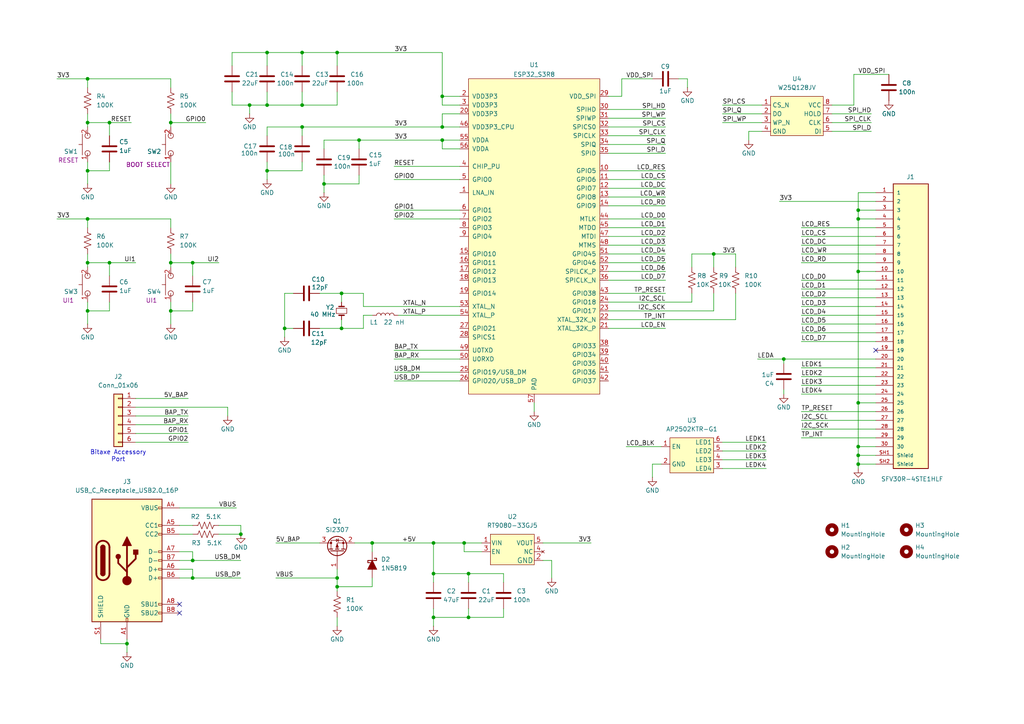
<source format=kicad_sch>
(kicad_sch (version 20231120) (generator "eeschema") (generator_version "8.0")
  (paper "A4")
  (junction (at 87.63 30.48))
  (junction (at 25.4 90.17))
  (junction (at 72.39 30.48))
  (junction (at 25.4 63.5))
  (junction (at 31.75 76.2))
  (junction (at 55.88 167.64))
  (junction (at 107.95 157.48))
  (junction (at 77.47 15.24))
  (junction (at 104.14 40.64))
  (junction (at 36.83 186.69))
  (junction (at 125.73 157.48))
  (junction (at 135.89 166.37))
  (junction (at 55.88 76.2))
  (junction (at 55.88 162.56))
  (junction (at 25.4 35.56))
  (junction (at 125.73 179.07))
  (junction (at 97.79 170.18))
  (junction (at 82.55 95.25))
  (junction (at 248.92 63.5))
  (junction (at 69.85 154.94))
  (junction (at 248.92 78.74))
  (junction (at 248.92 134.62))
  (junction (at 128.27 40.64))
  (junction (at 93.98 53.34))
  (junction (at 77.47 49.53))
  (junction (at 49.53 90.17))
  (junction (at 125.73 166.37))
  (junction (at 99.06 85.09))
  (junction (at 227.33 104.14))
  (junction (at 25.4 76.2))
  (junction (at 49.53 35.56))
  (junction (at 248.92 129.54))
  (junction (at 49.53 76.2))
  (junction (at 134.62 157.48))
  (junction (at 87.63 15.24))
  (junction (at 97.79 15.24))
  (junction (at 25.4 49.53))
  (junction (at 248.92 116.84))
  (junction (at 99.06 95.25))
  (junction (at 248.92 132.08))
  (junction (at 87.63 36.83))
  (junction (at 77.47 30.48))
  (junction (at 207.01 73.66))
  (junction (at 128.27 36.83))
  (junction (at 135.89 179.07))
  (junction (at 248.92 60.96))
  (junction (at 25.4 22.86))
  (junction (at 128.27 27.94))
  (junction (at 97.79 167.64))
  (junction (at 31.75 35.56))
  (no_connect (at 52.07 177.8))
  (no_connect (at 52.07 175.26))
  (no_connect (at 254 101.6))
  (wire (pts (xy 248.92 132.08) (xy 254 132.08)))
  (wire (pts (xy 55.88 80.01) (xy 55.88 76.2)))
  (wire (pts (xy 241.3 38.1) (xy 252.73 38.1)))
  (wire (pts (xy 232.41 121.92) (xy 254 121.92)))
  (wire (pts (xy 128.27 43.18) (xy 128.27 40.64)))
  (wire (pts (xy 97.79 15.24) (xy 128.27 15.24)))
  (wire (pts (xy 39.37 123.19) (xy 54.61 123.19)))
  (wire (pts (xy 25.4 46.99) (xy 25.4 49.53)))
  (wire (pts (xy 105.41 95.25) (xy 99.06 95.25)))
  (wire (pts (xy 66.04 118.11) (xy 66.04 120.65)))
  (wire (pts (xy 248.92 134.62) (xy 248.92 135.89)))
  (wire (pts (xy 55.88 167.64) (xy 69.85 167.64)))
  (wire (pts (xy 87.63 15.24) (xy 87.63 19.05)))
  (wire (pts (xy 248.92 78.74) (xy 248.92 116.84)))
  (wire (pts (xy 115.57 91.44) (xy 133.35 91.44)))
  (wire (pts (xy 69.85 152.4) (xy 69.85 154.94)))
  (wire (pts (xy 29.21 186.69) (xy 36.83 186.69)))
  (wire (pts (xy 189.23 134.62) (xy 189.23 138.43)))
  (wire (pts (xy 248.92 60.96) (xy 248.92 63.5)))
  (wire (pts (xy 176.53 71.12) (xy 193.04 71.12)))
  (wire (pts (xy 31.75 46.99) (xy 31.75 49.53)))
  (wire (pts (xy 133.35 40.64) (xy 128.27 40.64)))
  (wire (pts (xy 125.73 157.48) (xy 134.62 157.48)))
  (wire (pts (xy 87.63 36.83) (xy 87.63 39.37)))
  (wire (pts (xy 25.4 49.53) (xy 25.4 53.34)))
  (wire (pts (xy 176.53 90.17) (xy 207.01 90.17)))
  (wire (pts (xy 55.88 90.17) (xy 49.53 90.17)))
  (wire (pts (xy 209.55 33.02) (xy 220.98 33.02)))
  (wire (pts (xy 209.55 30.48) (xy 220.98 30.48)))
  (wire (pts (xy 146.05 179.07) (xy 135.89 179.07)))
  (wire (pts (xy 209.55 130.81) (xy 222.25 130.81)))
  (wire (pts (xy 241.3 33.02) (xy 252.73 33.02)))
  (wire (pts (xy 128.27 15.24) (xy 128.27 27.94)))
  (wire (pts (xy 176.53 27.94) (xy 180.34 27.94)))
  (wire (pts (xy 97.79 179.07) (xy 97.79 181.61)))
  (wire (pts (xy 97.79 15.24) (xy 97.79 19.05)))
  (wire (pts (xy 49.53 35.56) (xy 59.69 35.56)))
  (wire (pts (xy 107.95 157.48) (xy 125.73 157.48)))
  (wire (pts (xy 72.39 30.48) (xy 72.39 33.02)))
  (wire (pts (xy 209.55 128.27) (xy 222.25 128.27)))
  (wire (pts (xy 87.63 49.53) (xy 77.47 49.53)))
  (wire (pts (xy 232.41 83.82) (xy 254 83.82)))
  (wire (pts (xy 52.07 147.32) (xy 68.58 147.32)))
  (wire (pts (xy 176.53 31.75) (xy 193.04 31.75)))
  (wire (pts (xy 107.95 167.64) (xy 107.95 170.18)))
  (wire (pts (xy 207.01 73.66) (xy 213.36 73.66)))
  (wire (pts (xy 248.92 78.74) (xy 254 78.74)))
  (wire (pts (xy 135.89 176.53) (xy 135.89 179.07)))
  (wire (pts (xy 55.88 162.56) (xy 69.85 162.56)))
  (wire (pts (xy 49.53 46.99) (xy 49.53 53.34)))
  (wire (pts (xy 232.41 114.3) (xy 254 114.3)))
  (wire (pts (xy 82.55 85.09) (xy 82.55 95.25)))
  (wire (pts (xy 25.4 63.5) (xy 25.4 66.04)))
  (wire (pts (xy 157.48 157.48) (xy 171.45 157.48)))
  (wire (pts (xy 85.09 85.09) (xy 82.55 85.09)))
  (wire (pts (xy 200.66 77.47) (xy 200.66 73.66)))
  (wire (pts (xy 25.4 35.56) (xy 25.4 36.83)))
  (wire (pts (xy 209.55 135.89) (xy 222.25 135.89)))
  (wire (pts (xy 176.53 73.66) (xy 193.04 73.66)))
  (wire (pts (xy 200.66 73.66) (xy 207.01 73.66)))
  (wire (pts (xy 213.36 92.71) (xy 213.36 85.09)))
  (wire (pts (xy 176.53 39.37) (xy 193.04 39.37)))
  (wire (pts (xy 77.47 49.53) (xy 77.47 46.99)))
  (wire (pts (xy 135.89 166.37) (xy 125.73 166.37)))
  (wire (pts (xy 77.47 15.24) (xy 77.47 19.05)))
  (wire (pts (xy 105.41 85.09) (xy 99.06 85.09)))
  (wire (pts (xy 107.95 170.18) (xy 97.79 170.18)))
  (wire (pts (xy 104.14 53.34) (xy 93.98 53.34)))
  (wire (pts (xy 146.05 176.53) (xy 146.05 179.07)))
  (wire (pts (xy 72.39 30.48) (xy 77.47 30.48)))
  (wire (pts (xy 55.88 167.64) (xy 55.88 165.1)))
  (wire (pts (xy 31.75 87.63) (xy 31.75 90.17)))
  (wire (pts (xy 87.63 26.67) (xy 87.63 30.48)))
  (wire (pts (xy 63.5 152.4) (xy 69.85 152.4)))
  (wire (pts (xy 134.62 160.02) (xy 134.62 157.48)))
  (wire (pts (xy 213.36 73.66) (xy 213.36 77.47)))
  (wire (pts (xy 248.92 129.54) (xy 248.92 132.08)))
  (wire (pts (xy 176.53 54.61) (xy 193.04 54.61)))
  (wire (pts (xy 97.79 170.18) (xy 97.79 171.45)))
  (wire (pts (xy 128.27 33.02) (xy 133.35 33.02)))
  (wire (pts (xy 176.53 81.28) (xy 193.04 81.28)))
  (wire (pts (xy 29.21 185.42) (xy 29.21 186.69)))
  (wire (pts (xy 232.41 88.9) (xy 254 88.9)))
  (wire (pts (xy 241.3 30.48) (xy 247.65 30.48)))
  (wire (pts (xy 31.75 90.17) (xy 25.4 90.17)))
  (wire (pts (xy 31.75 80.01) (xy 31.75 76.2)))
  (wire (pts (xy 16.51 63.5) (xy 25.4 63.5)))
  (wire (pts (xy 99.06 85.09) (xy 99.06 87.63)))
  (wire (pts (xy 232.41 71.12) (xy 254 71.12)))
  (wire (pts (xy 139.7 160.02) (xy 134.62 160.02)))
  (wire (pts (xy 104.14 50.8) (xy 104.14 53.34)))
  (wire (pts (xy 219.71 104.14) (xy 227.33 104.14)))
  (wire (pts (xy 31.75 35.56) (xy 38.1 35.56)))
  (wire (pts (xy 232.41 66.04) (xy 254 66.04)))
  (wire (pts (xy 36.83 185.42) (xy 36.83 186.69)))
  (wire (pts (xy 82.55 95.25) (xy 82.55 97.79)))
  (wire (pts (xy 128.27 27.94) (xy 128.27 30.48)))
  (wire (pts (xy 25.4 33.02) (xy 25.4 35.56)))
  (wire (pts (xy 69.85 154.94) (xy 63.5 154.94)))
  (wire (pts (xy 93.98 40.64) (xy 93.98 43.18)))
  (wire (pts (xy 176.53 57.15) (xy 193.04 57.15)))
  (wire (pts (xy 52.07 160.02) (xy 55.88 160.02)))
  (wire (pts (xy 227.33 104.14) (xy 254 104.14)))
  (wire (pts (xy 128.27 30.48) (xy 133.35 30.48)))
  (wire (pts (xy 55.88 76.2) (xy 63.5 76.2)))
  (wire (pts (xy 114.3 52.07) (xy 133.35 52.07)))
  (wire (pts (xy 133.35 43.18) (xy 128.27 43.18)))
  (wire (pts (xy 114.3 101.6) (xy 133.35 101.6)))
  (wire (pts (xy 52.07 154.94) (xy 55.88 154.94)))
  (wire (pts (xy 39.37 115.57) (xy 54.61 115.57)))
  (wire (pts (xy 104.14 40.64) (xy 104.14 43.18)))
  (wire (pts (xy 134.62 157.48) (xy 139.7 157.48)))
  (wire (pts (xy 154.94 116.84) (xy 154.94 119.38)))
  (wire (pts (xy 232.41 124.46) (xy 254 124.46)))
  (wire (pts (xy 67.31 30.48) (xy 72.39 30.48)))
  (wire (pts (xy 125.73 166.37) (xy 125.73 168.91)))
  (wire (pts (xy 49.53 73.66) (xy 49.53 76.2)))
  (wire (pts (xy 232.41 127) (xy 254 127)))
  (wire (pts (xy 248.92 116.84) (xy 254 116.84)))
  (wire (pts (xy 97.79 165.1) (xy 97.79 167.64)))
  (wire (pts (xy 247.65 30.48) (xy 247.65 21.59)))
  (wire (pts (xy 105.41 91.44) (xy 105.41 95.25)))
  (wire (pts (xy 135.89 166.37) (xy 135.89 168.91)))
  (wire (pts (xy 67.31 26.67) (xy 67.31 30.48)))
  (wire (pts (xy 49.53 35.56) (xy 49.53 36.83)))
  (wire (pts (xy 232.41 93.98) (xy 254 93.98)))
  (wire (pts (xy 114.3 110.49) (xy 133.35 110.49)))
  (wire (pts (xy 176.53 66.04) (xy 193.04 66.04)))
  (wire (pts (xy 176.53 63.5) (xy 193.04 63.5)))
  (wire (pts (xy 49.53 33.02) (xy 49.53 35.56)))
  (wire (pts (xy 232.41 119.38) (xy 254 119.38)))
  (wire (pts (xy 49.53 22.86) (xy 25.4 22.86)))
  (wire (pts (xy 93.98 53.34) (xy 93.98 55.88)))
  (wire (pts (xy 180.34 27.94) (xy 180.34 22.86)))
  (wire (pts (xy 16.51 22.86) (xy 25.4 22.86)))
  (wire (pts (xy 248.92 132.08) (xy 248.92 134.62)))
  (wire (pts (xy 25.4 90.17) (xy 25.4 93.98)))
  (wire (pts (xy 248.92 134.62) (xy 254 134.62)))
  (wire (pts (xy 125.73 157.48) (xy 125.73 166.37)))
  (wire (pts (xy 232.41 81.28) (xy 254 81.28)))
  (wire (pts (xy 104.14 40.64) (xy 93.98 40.64)))
  (wire (pts (xy 232.41 86.36) (xy 254 86.36)))
  (wire (pts (xy 93.98 53.34) (xy 93.98 50.8)))
  (wire (pts (xy 176.53 41.91) (xy 193.04 41.91)))
  (wire (pts (xy 114.3 63.5) (xy 133.35 63.5)))
  (wire (pts (xy 232.41 76.2) (xy 254 76.2)))
  (wire (pts (xy 196.85 22.86) (xy 199.39 22.86)))
  (wire (pts (xy 191.77 134.62) (xy 189.23 134.62)))
  (wire (pts (xy 31.75 76.2) (xy 25.4 76.2)))
  (wire (pts (xy 248.92 129.54) (xy 254 129.54)))
  (wire (pts (xy 114.3 104.14) (xy 133.35 104.14)))
  (wire (pts (xy 31.75 76.2) (xy 39.37 76.2)))
  (wire (pts (xy 55.88 87.63) (xy 55.88 90.17)))
  (wire (pts (xy 99.06 85.09) (xy 92.71 85.09)))
  (wire (pts (xy 176.53 87.63) (xy 200.66 87.63)))
  (wire (pts (xy 114.3 107.95) (xy 133.35 107.95)))
  (wire (pts (xy 160.02 162.56) (xy 160.02 167.64)))
  (wire (pts (xy 135.89 179.07) (xy 125.73 179.07)))
  (wire (pts (xy 209.55 133.35) (xy 222.25 133.35)))
  (wire (pts (xy 49.53 76.2) (xy 55.88 76.2)))
  (wire (pts (xy 128.27 36.83) (xy 133.35 36.83)))
  (wire (pts (xy 97.79 167.64) (xy 97.79 170.18)))
  (wire (pts (xy 25.4 76.2) (xy 25.4 77.47)))
  (wire (pts (xy 99.06 95.25) (xy 92.71 95.25)))
  (wire (pts (xy 176.53 59.69) (xy 193.04 59.69)))
  (wire (pts (xy 232.41 109.22) (xy 254 109.22)))
  (wire (pts (xy 232.41 68.58) (xy 254 68.58)))
  (wire (pts (xy 49.53 25.4) (xy 49.53 22.86)))
  (wire (pts (xy 114.3 48.26) (xy 133.35 48.26)))
  (wire (pts (xy 176.53 95.25) (xy 193.04 95.25)))
  (wire (pts (xy 176.53 49.53) (xy 193.04 49.53)))
  (wire (pts (xy 220.98 38.1) (xy 217.17 38.1)))
  (wire (pts (xy 25.4 73.66) (xy 25.4 76.2)))
  (wire (pts (xy 232.41 99.06) (xy 254 99.06)))
  (wire (pts (xy 31.75 49.53) (xy 25.4 49.53)))
  (wire (pts (xy 176.53 52.07) (xy 193.04 52.07)))
  (wire (pts (xy 77.47 30.48) (xy 87.63 30.48)))
  (wire (pts (xy 77.47 26.67) (xy 77.47 30.48)))
  (wire (pts (xy 39.37 125.73) (xy 54.61 125.73)))
  (wire (pts (xy 248.92 63.5) (xy 254 63.5)))
  (wire (pts (xy 176.53 34.29) (xy 193.04 34.29)))
  (wire (pts (xy 39.37 120.65) (xy 54.61 120.65)))
  (wire (pts (xy 232.41 73.66) (xy 254 73.66)))
  (wire (pts (xy 157.48 162.56) (xy 160.02 162.56)))
  (wire (pts (xy 227.33 104.14) (xy 227.33 105.41)))
  (wire (pts (xy 49.53 66.04) (xy 49.53 63.5)))
  (wire (pts (xy 52.07 152.4) (xy 55.88 152.4)))
  (wire (pts (xy 248.92 116.84) (xy 248.92 129.54)))
  (wire (pts (xy 49.53 90.17) (xy 49.53 93.98)))
  (wire (pts (xy 107.95 157.48) (xy 107.95 160.02)))
  (wire (pts (xy 125.73 176.53) (xy 125.73 179.07)))
  (wire (pts (xy 80.01 167.64) (xy 97.79 167.64)))
  (wire (pts (xy 31.75 39.37) (xy 31.75 35.56)))
  (wire (pts (xy 97.79 26.67) (xy 97.79 30.48)))
  (wire (pts (xy 87.63 46.99) (xy 87.63 49.53)))
  (wire (pts (xy 176.53 44.45) (xy 193.04 44.45)))
  (wire (pts (xy 247.65 21.59) (xy 257.81 21.59)))
  (wire (pts (xy 176.53 36.83) (xy 193.04 36.83)))
  (wire (pts (xy 125.73 179.07) (xy 125.73 181.61)))
  (wire (pts (xy 232.41 106.68) (xy 254 106.68)))
  (wire (pts (xy 199.39 22.86) (xy 199.39 25.4)))
  (wire (pts (xy 232.41 111.76) (xy 254 111.76)))
  (wire (pts (xy 176.53 76.2) (xy 193.04 76.2)))
  (wire (pts (xy 67.31 15.24) (xy 77.47 15.24)))
  (wire (pts (xy 176.53 92.71) (xy 213.36 92.71)))
  (wire (pts (xy 207.01 73.66) (xy 207.01 77.47)))
  (wire (pts (xy 128.27 27.94) (xy 133.35 27.94)))
  (wire (pts (xy 52.07 165.1) (xy 55.88 165.1)))
  (wire (pts (xy 248.92 60.96) (xy 254 60.96)))
  (wire (pts (xy 52.07 162.56) (xy 55.88 162.56)))
  (wire (pts (xy 105.41 88.9) (xy 105.41 85.09)))
  (wire (pts (xy 128.27 36.83) (xy 87.63 36.83)))
  (wire (pts (xy 99.06 92.71) (xy 99.06 95.25)))
  (wire (pts (xy 31.75 35.56) (xy 25.4 35.56)))
  (wire (pts (xy 146.05 166.37) (xy 135.89 166.37)))
  (wire (pts (xy 232.41 96.52) (xy 254 96.52)))
  (wire (pts (xy 176.53 78.74) (xy 193.04 78.74)))
  (wire (pts (xy 52.07 167.64) (xy 55.88 167.64)))
  (wire (pts (xy 25.4 22.86) (xy 25.4 25.4)))
  (wire (pts (xy 176.53 85.09) (xy 193.04 85.09)))
  (wire (pts (xy 77.47 36.83) (xy 77.47 39.37)))
  (wire (pts (xy 180.34 22.86) (xy 189.23 22.86)))
  (wire (pts (xy 146.05 168.91) (xy 146.05 166.37)))
  (wire (pts (xy 49.53 63.5) (xy 25.4 63.5)))
  (wire (pts (xy 49.53 87.63) (xy 49.53 90.17)))
  (wire (pts (xy 104.14 40.64) (xy 128.27 40.64)))
  (wire (pts (xy 87.63 30.48) (xy 97.79 30.48)))
  (wire (pts (xy 207.01 90.17) (xy 207.01 85.09)))
  (wire (pts (xy 200.66 87.63) (xy 200.66 85.09)))
  (wire (pts (xy 80.01 157.48) (xy 92.71 157.48)))
  (wire (pts (xy 114.3 60.96) (xy 133.35 60.96)))
  (wire (pts (xy 77.47 49.53) (xy 77.47 52.07)))
  (wire (pts (xy 39.37 128.27) (xy 54.61 128.27)))
  (wire (pts (xy 128.27 33.02) (xy 128.27 36.83)))
  (wire (pts (xy 77.47 15.24) (xy 87.63 15.24)))
  (wire (pts (xy 232.41 91.44) (xy 254 91.44)))
  (wire (pts (xy 67.31 19.05) (xy 67.31 15.24)))
  (wire (pts (xy 102.87 157.48) (xy 107.95 157.48)))
  (wire (pts (xy 217.17 38.1) (xy 217.17 40.64)))
  (wire (pts (xy 55.88 162.56) (xy 55.88 160.02)))
  (wire (pts (xy 248.92 63.5) (xy 248.92 78.74)))
  (wire (pts (xy 176.53 68.58) (xy 193.04 68.58)))
  (wire (pts (xy 105.41 91.44) (xy 107.95 91.44)))
  (wire (pts (xy 181.61 129.54) (xy 191.77 129.54)))
  (wire (pts (xy 39.37 118.11) (xy 66.04 118.11)))
  (wire (pts (xy 254 55.88) (xy 248.92 55.88)))
  (wire (pts (xy 241.3 35.56) (xy 252.73 35.56)))
  (wire (pts (xy 227.33 113.03) (xy 227.33 114.3)))
  (wire (pts (xy 87.63 15.24) (xy 97.79 15.24)))
  (wire (pts (xy 82.55 95.25) (xy 85.09 95.25)))
  (wire (pts (xy 209.55 35.56) (xy 220.98 35.56)))
  (wire (pts (xy 87.63 36.83) (xy 77.47 36.83)))
  (wire (pts (xy 226.06 58.42) (xy 254 58.42)))
  (wire (pts (xy 49.53 76.2) (xy 49.53 77.47)))
  (wire (pts (xy 105.41 88.9) (xy 133.35 88.9)))
  (wire (pts (xy 36.83 186.69) (xy 36.83 189.23)))
  (wire (pts (xy 248.92 55.88) (xy 248.92 60.96)))
  (wire (pts (xy 25.4 87.63) (xy 25.4 90.17)))
  (text "Bitaxe Accessory\nPort" (at 34.29 132.334 0) (effects (font (size 1.27 1.27))))
  (label "RESET" (at 114.3 48.26 0))
  (label "LCD_D6" (at 232.41 96.52 0))
  (label "LEDK4" (at 232.41 114.3 0))
  (label "LEDK1" (at 222.25 128.27 180))
  (label "LCD_RD" (at 232.41 76.2 0))
  (label "USB_DM" (at 69.85 162.56 180))
  (label "SPI_HD" (at 193.04 31.75 180))
  (label "LCD_D4" (at 193.04 73.66 180))
  (label "LCD_CS" (at 193.04 52.07 180))
  (label "5V_BAP" (at 80.01 157.48 0))
  (label "GPIO1" (at 54.61 125.73 180))
  (label "LCD_D0" (at 232.41 81.28 0))
  (label "LCD_D1" (at 232.41 83.82 0))
  (label "BAP_TX" (at 54.61 120.65 180))
  (label "SPI_HD" (at 252.73 33.02 180))
  (label "GPIO2" (at 114.3 63.5 0))
  (label "GPIO1" (at 114.3 60.96 0))
  (label "USB_DP" (at 114.3 110.49 0))
  (label "LCD_RES" (at 232.41 66.04 0))
  (label "LEDK3" (at 222.25 133.35 180))
  (label "3V3" (at 16.51 63.5 0))
  (label "TP_RESET" (at 193.04 85.09 180))
  (label "LCD_D6" (at 193.04 78.74 180))
  (label "5V_BAP" (at 54.61 115.57 180))
  (label "LCD_D5" (at 193.04 76.2 180))
  (label "XTAL_P" (at 116.84 91.44 0))
  (label "USB_DM" (at 114.3 107.95 0))
  (label "GPIO0" (at 59.69 35.56 180))
  (label "LCD_RD" (at 193.04 59.69 180))
  (label "LEDK3" (at 232.41 111.76 0))
  (label "GPIO0" (at 114.3 52.07 0))
  (label "LCD_D7" (at 193.04 81.28 180))
  (label "LCD_D5" (at 232.41 93.98 0))
  (label "LCD_RES" (at 193.04 49.53 180))
  (label "VDD_SPI" (at 181.61 22.86 0))
  (label "3V3" (at 118.11 40.64 180))
  (label "TP_INT" (at 232.41 127 0))
  (label "UI1" (at 39.37 76.2 180))
  (label "LCD_D2" (at 193.04 68.58 180))
  (label "UI2" (at 63.5 76.2 180))
  (label "LEDK2" (at 232.41 109.22 0))
  (label "I2C_SCL" (at 193.04 87.63 180))
  (label "I2C_SCK" (at 232.41 124.46 0))
  (label "3V3" (at 171.45 157.48 180))
  (label "VBUS" (at 80.01 167.64 0))
  (label "SPI_Q" (at 209.55 33.02 0))
  (label "LCD_WR" (at 193.04 57.15 180))
  (label "USB_DP" (at 69.85 167.64 180))
  (label "LCD_D3" (at 232.41 88.9 0))
  (label "LEDK4" (at 222.25 135.89 180))
  (label "VBUS" (at 68.58 147.32 180))
  (label "BAP_RX" (at 54.61 123.19 180))
  (label "SPI_CS" (at 209.55 30.48 0))
  (label "3V3" (at 118.11 36.83 180))
  (label "SPI_WP" (at 193.04 34.29 180))
  (label "SPI_D" (at 193.04 44.45 180))
  (label "SPI_CLK" (at 252.73 35.56 180))
  (label "3V3" (at 226.06 58.42 0))
  (label "LEDK2" (at 222.25 130.81 180))
  (label "XTAL_N" (at 116.84 88.9 0))
  (label "LCD_CS" (at 232.41 68.58 0))
  (label "I2C_SCK" (at 193.04 90.17 180))
  (label "SPI_CLK" (at 193.04 39.37 180))
  (label "3V3" (at 209.55 73.66 0))
  (label "I2C_SCL" (at 232.41 121.92 0))
  (label "LCD_WR" (at 232.41 73.66 0))
  (label "BAP_TX" (at 114.3 101.6 0))
  (label "SPI_D" (at 252.73 38.1 180))
  (label "LCD_DC" (at 232.41 71.12 0))
  (label "3V3" (at 118.11 15.24 180))
  (label "VDD_SPI" (at 248.92 21.59 0))
  (label "LCD_EN" (at 193.04 95.25 180))
  (label "LCD_D4" (at 232.41 91.44 0))
  (label "SPI_CS" (at 193.04 36.83 180))
  (label "LEDK1" (at 232.41 106.68 0))
  (label "RESET" (at 38.1 35.56 180))
  (label "LCD_D2" (at 232.41 86.36 0))
  (label "TP_RESET" (at 232.41 119.38 0))
  (label "+5V" (at 120.65 157.48 180))
  (label "3V3" (at 16.51 22.86 0))
  (label "GPIO2" (at 54.61 128.27 180))
  (label "LCD_D7" (at 232.41 99.06 0))
  (label "BAP_RX" (at 114.3 104.14 0))
  (label "LCD_DC" (at 193.04 54.61 180))
  (label "SPI_Q" (at 193.04 41.91 180))
  (label "TP_INT" (at 193.04 92.71 180))
  (label "SPI_WP" (at 209.55 35.56 0))
  (label "LCD_D1" (at 193.04 66.04 180))
  (label "LCD_D0" (at 193.04 63.5 180))
  (label "LEDA" (at 219.71 104.14 0))
  (label "LCD_BLK" (at 181.61 129.54 0))
  (label "LCD_D3" (at 193.04 71.12 180))
  (symbol (lib_id "Device:C") (at 31.75 83.82 0) (unit 1)
    (property "Reference" "C6" (at 34.544 81.788 0) (effects (justify left)))
    (property "Value" "1uF" (at 34.544 84.328 0) (effects (justify left)))
    (property "Footprint" "Capacitor_SMD:C_0402_1005Metric" (effects (hide yes)))
    (property "Description" "Unpolarized capacitor" (effects (hide yes)))
    (property "PARTNO" "EMK105BJ105MV-F" (effects (hide yes)))
    (property "DK" "587-5514-1-ND" (effects (hide yes)))
  )
  (symbol (lib_id "Connector_Generic:Conn_01x06") (at 34.29 120.65 0) (mirror y) (unit 1)
    (property "Reference" "J2" (at 34.29 109.22 0))
    (property "Value" "Conn_01x06" (at 34.29 111.76 0))
    (property "Footprint" "Connector_PinHeader_2.54mm:PinHeader_1x06_P2.54mm_Vertical" (effects (hide yes)))
    (property "Description" "Generic connector, single row, 01x06, script generated (kicad-library-utils/schlib/autogen/connector/)" (effects (hide yes)))
  )
  (symbol (lib_id "power:GND") (at 189.23 138.43 0) (unit 1)
    (property "Reference" "#PWR013" (effects (hide yes)))
    (property "Value" "GND" (at 189.23 142.24 0))
    (property "Description" "Power symbol creates a global label with name \"GND\" , ground" (effects (hide yes)))
  )
  (symbol (lib_id "bitaxe:AP2502KTR-G1") (at 200.66 132.08 0) (unit 1)
    (property "Reference" "U3" (at 200.66 121.92 0))
    (property "Value" "AP2502KTR-G1" (at 200.66 124.46 0))
    (property "Footprint" "Package_TO_SOT_SMD:SOT-23-6" (effects (hide yes)))
    (property "Datasheet" "https://www.diodes.com/assets/Datasheets/AP2502.pdf" (effects (hide yes)))
    (property "Description" "Current matching LED driver" (effects (hide yes)))
    (property "DK" "AP2502KTR-G1DICT-ND" (effects (hide yes)))
    (property "PARTNO" "AP2502KTR-G1" (effects (hide yes)))
  )
  (symbol (lib_id "Device:C") (at 87.63 43.18 180) (unit 1)
    (property "Reference" "C18" (at 84.836 42.672 0) (effects (justify left)))
    (property "Value" "100n" (at 85.598 44.704 0) (effects (justify left)))
    (property "Footprint" "Capacitor_SMD:C_0402_1005Metric" (effects (hide yes)))
    (property "Datasheet" "https://datasheets.kyocera-avx.com/KGM_X7R.pdf" (effects (hide yes)))
    (property "Description" "Unpolarized capacitor" (effects (hide yes)))
    (property "PARTNO" "KGM05AR71C104KH" (effects (hide yes)))
    (property "DK" "478-KGM05AR71C104KHCT-ND" (effects (hide yes)))
  )
  (symbol (lib_id "power:GND") (at 49.53 93.98 0) (unit 1)
    (property "Reference" "#PWR012" (effects (hide yes)))
    (property "Value" "GND" (at 49.53 97.79 0))
    (property "Description" "Power symbol creates a global label with name \"GND\" , ground" (effects (hide yes)))
  )
  (symbol (lib_id "Mechanical:MountingHole") (at 241.3 160.02 0) (unit 1)
    (property "Reference" "H2" (at 243.84 158.7499 0) (effects (justify left)))
    (property "Value" "MountingHole" (at 243.84 161.2899 0) (effects (justify left)))
    (property "Footprint" "MountingHole:MountingHole_3.2mm_M3_Pad_Via" (effects (hide yes)))
    (property "Description" "Mounting Hole without connection" (effects (hide yes)))
  )
  (symbol (lib_id "Device:R_US") (at 207.01 81.28 0) (unit 1)
    (property "Reference" "R9" (at 208.534 80.01 0) (effects (justify left)))
    (property "Value" "10K" (at 208.28 82.55 0) (effects (justify left)))
    (property "Footprint" "Resistor_SMD:R_0402_1005Metric" (effects (hide yes)))
    (property "Description" "Resistor, US symbol" (effects (hide yes)))
  )
  (symbol (lib_id "power:GND") (at 77.47 52.07 0) (unit 1)
    (property "Reference" "#PWR020" (effects (hide yes)))
    (property "Value" "GND" (at 77.47 55.88 0))
    (property "Description" "Power symbol creates a global label with name \"GND\" , ground" (effects (hide yes)))
  )
  (symbol (lib_id "power:GND") (at 217.17 40.64 0) (unit 1)
    (property "Reference" "#PWR014" (effects (hide yes)))
    (property "Value" "GND" (at 217.17 44.45 0))
    (property "Description" "Power symbol creates a global label with name \"GND\" , ground" (effects (hide yes)))
  )
  (symbol (lib_id "Mechanical:MountingHole") (at 262.89 153.67 0) (unit 1)
    (property "Reference" "H3" (at 265.43 152.3999 0) (effects (justify left)))
    (property "Value" "MountingHole" (at 265.43 154.9399 0) (effects (justify left)))
    (property "Footprint" "MountingHole:MountingHole_3.2mm_M3_Pad_Via" (effects (hide yes)))
    (property "Description" "Mounting Hole without connection" (effects (hide yes)))
  )
  (symbol (lib_id "Device:R_US") (at 25.4 69.85 0) (unit 1)
    (property "Reference" "R6" (at 27.94 68.5799 0) (effects (justify left)))
    (property "Value" "100K" (at 27.94 71.1199 0) (effects (justify left)))
    (property "Footprint" "Resistor_SMD:R_0402_1005Metric" (effects (hide yes)))
    (property "Datasheet" "https://www.yageo.com/upload/media/product/products/datasheet/rchip/PYu-RC_Group_51_RoHS_L_12.pdf" (effects (hide yes)))
    (property "Description" "Resistor, US symbol" (effects (hide yes)))
    (property "PARTNO" "RC0402FR-07100KL" (effects (hide yes)))
    (property "DK" "311-100KLRCT-ND" (effects (hide yes)))
  )
  (symbol (lib_id "Device:C") (at 104.14 46.99 0) (unit 1)
    (property "Reference" "C15" (at 106.934 44.958 0) (effects (justify left)))
    (property "Value" "1uF" (at 106.934 47.498 0) (effects (justify left)))
    (property "Footprint" "Capacitor_SMD:C_0402_1005Metric" (effects (hide yes)))
    (property "Description" "Unpolarized capacitor" (effects (hide yes)))
    (property "PARTNO" "GRM188R60J105KA01D" (effects (hide yes)))
    (property "DK" "490-1550-1-ND" (effects (hide yes)))
  )
  (symbol (lib_id "Device:C") (at 193.04 22.86 90) (unit 1)
    (property "Reference" "C9" (at 194.31 19.304 90) (effects (justify left)))
    (property "Value" "1uF" (at 194.818 26.416 90) (effects (justify left)))
    (property "Footprint" "Capacitor_SMD:C_0402_1005Metric" (effects (hide yes)))
    (property "Description" "Unpolarized capacitor" (effects (hide yes)))
    (property "PARTNO" "EMK105BJ105MV-F" (effects (hide yes)))
    (property "DK" "587-5514-1-ND" (effects (hide yes)))
  )
  (symbol (lib_id "Device:C") (at 67.31 22.86 0) (unit 1)
    (property "Reference" "C21" (at 71.12 21.5899 0) (effects (justify left)))
    (property "Value" "22uF" (at 70.104 24.13 0) (effects (justify left)))
    (property "Footprint" "Capacitor_SMD:C_0805_2012Metric" (effects (hide yes)))
    (property "Datasheet" "https://search.murata.co.jp/Ceramy/image/img/A01X/G101/ENG/GRM21BC81C226ME44-01.pdf" (effects (hide yes)))
    (property "Description" "Unpolarized capacitor" (effects (hide yes)))
    (property "PARTNO" "GRM21BC81C226ME44L" (effects (hide yes)))
    (property "DK" "490-9956-1-ND" (effects (hide yes)))
  )
  (symbol (lib_id "Device:C") (at 135.89 172.72 0) (unit 1)
    (property "Reference" "C1" (at 139.7 171.4499 0) (effects (justify left)))
    (property "Value" "22uF" (at 138.684 173.99 0) (effects (justify left)))
    (property "Footprint" "Capacitor_SMD:C_0805_2012Metric" (effects (hide yes)))
    (property "Datasheet" "https://search.murata.co.jp/Ceramy/image/img/A01X/G101/ENG/GRM21BC81C226ME44-01.pdf" (effects (hide yes)))
    (property "Description" "Unpolarized capacitor" (effects (hide yes)))
    (property "PARTNO" "GRM21BC81C226ME44L" (effects (hide yes)))
    (property "DK" "490-9956-1-ND" (effects (hide yes)))
  )
  (symbol (lib_id "bitaxe:SFV30R-4STE1HLF") (at 264.16 93.98 0) (unit 1)
    (property "Reference" "J1" (at 262.89 51.308 0) (effects (justify left)))
    (property "Value" "SFV30R-4STE1HLF" (at 255.524 138.938 0) (effects (justify left)))
    (property "Footprint" "bitaxe:AMPHENOL_SFV30R-4STE1HLF" (effects (hide yes)))
    (property "PARTREV" "B" (effects (hide yes)))
    (property "STANDARD" "Manufacturer recommendations" (effects (hide yes)))
    (property "MAXIMUM_PACKAGE_HEIGHT" "2.00 mm" (effects (hide yes)))
    (property "MANUFACTURER" "Amphenol" (effects (hide yes)))
  )
  (symbol (lib_id "Device:R_US") (at 25.4 29.21 0) (unit 1)
    (property "Reference" "R4" (at 27.94 27.9399 0) (effects (justify left)))
    (property "Value" "100K" (at 27.94 30.4799 0) (effects (justify left)))
    (property "Footprint" "Resistor_SMD:R_0402_1005Metric" (effects (hide yes)))
    (property "Datasheet" "https://www.yageo.com/upload/media/product/products/datasheet/rchip/PYu-RC_Group_51_RoHS_L_12.pdf" (effects (hide yes)))
    (property "Description" "Resistor, US symbol" (effects (hide yes)))
    (property "PARTNO" "RC0402FR-07100KL" (effects (hide yes)))
    (property "DK" "311-100KLRCT-ND" (effects (hide yes)))
  )
  (symbol (lib_id "Device:R_US") (at 200.66 81.28 0) (unit 1)
    (property "Reference" "R8" (at 202.184 80.01 0) (effects (justify left)))
    (property "Value" "10K" (at 201.93 82.55 0) (effects (justify left)))
    (property "Footprint" "Resistor_SMD:R_0402_1005Metric" (effects (hide yes)))
    (property "Description" "Resistor, US symbol" (effects (hide yes)))
  )
  (symbol (lib_id "Mechanical:MountingHole") (at 262.89 160.02 0) (unit 1)
    (property "Reference" "H4" (at 265.43 158.7499 0) (effects (justify left)))
    (property "Value" "MountingHole" (at 265.43 161.2899 0) (effects (justify left)))
    (property "Footprint" "MountingHole:MountingHole_3.2mm_M3_Pad_Via" (effects (hide yes)))
    (property "Description" "Mounting Hole without connection" (effects (hide yes)))
  )
  (symbol (lib_id "power:GND") (at 82.55 97.79 0) (unit 1)
    (property "Reference" "#PWR018" (effects (hide yes)))
    (property "Value" "GND" (at 82.55 101.6 0))
    (property "Description" "Power symbol creates a global label with name \"GND\" , ground" (effects (hide yes)))
  )
  (symbol (lib_id "power:GND") (at 72.39 33.02 0) (unit 1)
    (property "Reference" "#PWR019" (effects (hide yes)))
    (property "Value" "GND" (at 72.39 36.83 0))
    (property "Description" "Power symbol creates a global label with name \"GND\" , ground" (effects (hide yes)))
  )
  (symbol (lib_id "Device:C") (at 55.88 83.82 0) (unit 1)
    (property "Reference" "C7" (at 58.674 81.788 0) (effects (justify left)))
    (property "Value" "1uF" (at 58.674 84.328 0) (effects (justify left)))
    (property "Footprint" "Capacitor_SMD:C_0402_1005Metric" (effects (hide yes)))
    (property "Description" "Unpolarized capacitor" (effects (hide yes)))
    (property "PARTNO" "EMK105BJ105MV-F" (effects (hide yes)))
    (property "DK" "587-5514-1-ND" (effects (hide yes)))
  )
  (symbol (lib_id "Device:R_US") (at 59.69 152.4 90) (unit 1)
    (property "Reference" "R2" (at 56.642 149.86 90))
    (property "Value" "5.1K" (at 61.976 149.86 90))
    (property "Footprint" "Resistor_SMD:R_0402_1005Metric" (effects (hide yes)))
    (property "Datasheet" "https://www.yageo.com/upload/media/product/products/datasheet/rchip/PYu-RC_Group_51_RoHS_L_12.pdf" (effects (hide yes)))
    (property "Description" "Resistor, US symbol" (effects (hide yes)))
    (property "PARTNO" "RC0402FR-135K1L" (effects (hide yes)))
    (property "DK" "13-RC0402FR-135K1LCT-ND" (effects (hide yes)))
  )
  (symbol (lib_id "Device:R_US") (at 213.36 81.28 0) (unit 1)
    (property "Reference" "R10" (at 215.9 80.0099 0) (effects (justify left)))
    (property "Value" "100K" (at 215.9 82.5499 0) (effects (justify left)))
    (property "Footprint" "Resistor_SMD:R_0402_1005Metric" (effects (hide yes)))
    (property "Datasheet" "https://www.yageo.com/upload/media/product/products/datasheet/rchip/PYu-RC_Group_51_RoHS_L_12.pdf" (effects (hide yes)))
    (property "Description" "Resistor, US symbol" (effects (hide yes)))
    (property "PARTNO" "RC0402FR-07100KL" (effects (hide yes)))
    (property "DK" "311-100KLRCT-ND" (effects (hide yes)))
  )
  (symbol (lib_id "power:GND") (at 69.85 154.94 0) (unit 1)
    (property "Reference" "#PWR06" (effects (hide yes)))
    (property "Value" "GND" (at 69.85 158.75 0))
    (property "Description" "Power symbol creates a global label with name \"GND\" , ground" (effects (hide yes)))
  )
  (symbol (lib_id "Device:R_US") (at 97.79 175.26 0) (unit 1)
    (property "Reference" "R1" (at 100.33 173.9899 0) (effects (justify left)))
    (property "Value" "100K" (at 100.33 176.5299 0) (effects (justify left)))
    (property "Footprint" "Resistor_SMD:R_0402_1005Metric" (effects (hide yes)))
    (property "Datasheet" "https://www.yageo.com/upload/media/product/products/datasheet/rchip/PYu-RC_Group_51_RoHS_L_12.pdf" (effects (hide yes)))
    (property "Description" "Resistor, US symbol" (effects (hide yes)))
    (property "PARTNO" "RC0402FR-07100KL" (effects (hide yes)))
    (property "DK" "311-100KLRCT-ND" (effects (hide yes)))
  )
  (symbol (lib_id "bitaxe:W25Q128JV") (at 231.14 33.02 0) (unit 1)
    (property "Reference" "U4" (at 231.14 22.86 0))
    (property "Value" "W25Q128JV" (at 231.14 25.4 0))
    (property "Footprint" "Package_SON:WSON-8-1EP_6x5mm_P1.27mm_EP3.4x4.3mm" (effects (hide yes)))
    (property "Datasheet" "https://www.winbond.com/resource-files/w25q128jv%20revf%2003272018%20plus.pdf" (effects (hide yes)))
    (property "Description" "SPI Flash" (effects (hide yes)))
    (property "PARTNO" "W25Q128JVPIQ" (effects (hide yes)))
    (property "DK" "W25Q128JVPIQ-ND" (effects (hide yes)))
  )
  (symbol (lib_id "power:GND") (at 248.92 135.89 0) (unit 1)
    (property "Reference" "#PWR07" (effects (hide yes)))
    (property "Value" "GND" (at 248.92 139.7 0))
    (property "Description" "Power symbol creates a global label with name \"GND\" , ground" (effects (hide yes)))
  )
  (symbol (lib_id "Device:Crystal_Small") (at 99.06 90.17 90) (unit 1)
    (property "Reference" "Y2" (at 94.488 89.154 90) (effects (justify right)))
    (property "Value" "40 MHz" (at 89.916 91.186 90) (effects (justify right)))
    (property "Footprint" "bitaxe:Abracon-ABM3" (effects (hide yes)))
    (property "Datasheet" "https://abracon.com/Resonators/ABM3.pdf" (effects (hide yes)))
    (property "Description" "Two pin crystal, small symbol" (effects (hide yes)))
    (property "PARTNO" "ABM3-40.000MHZ-B2-T" (effects (hide yes)))
    (property "DK" "535-9114-1-ND" (effects (hide yes)))
  )
  (symbol (lib_id "Device:C") (at 93.98 46.99 0) (unit 1)
    (property "Reference" "C19" (at 97.79 45.7199 0) (effects (justify left)))
    (property "Value" "100n" (at 96.774 48.26 0) (effects (justify left)))
    (property "Footprint" "Capacitor_SMD:C_0402_1005Metric" (effects (hide yes)))
    (property "Datasheet" "https://datasheets.kyocera-avx.com/KGM_X7R.pdf" (effects (hide yes)))
    (property "Description" "Unpolarized capacitor" (effects (hide yes)))
    (property "PARTNO" "KGM05AR71C104KH" (effects (hide yes)))
    (property "DK" "478-KGM05AR71C104KHCT-ND" (effects (hide yes)))
  )
  (symbol (lib_id "Mechanical:MountingHole") (at 241.3 153.67 0) (unit 1)
    (property "Reference" "H1" (at 243.84 152.3999 0) (effects (justify left)))
    (property "Value" "MountingHole" (at 243.84 154.9399 0) (effects (justify left)))
    (property "Footprint" "MountingHole:MountingHole_3.2mm_M3_Pad_Via" (effects (hide yes)))
    (property "Description" "Mounting Hole without connection" (effects (hide yes)))
  )
  (symbol (lib_id "power:GND") (at 199.39 25.4 0) (unit 1)
    (property "Reference" "#PWR016" (effects (hide yes)))
    (property "Value" "GND" (at 199.39 29.21 0))
    (property "Description" "Power symbol creates a global label with name \"GND\" , ground" (effects (hide yes)))
  )
  (symbol (lib_id "bitaxe:RT9080-33GJ5") (at 148.59 158.75 0) (unit 1)
    (property "Reference" "U2" (at 148.59 149.86 0))
    (property "Value" "RT9080-33GJ5" (at 148.59 152.4 0))
    (property "Footprint" "Package_TO_SOT_SMD:TSOT-23-5" (effects (hide yes)))
  )
  (symbol (lib_id "power:GND") (at 66.04 120.65 0) (unit 1)
    (property "Reference" "#PWR04" (effects (hide yes)))
    (property "Value" "GND" (at 66.04 124.46 0))
    (property "Description" "Power symbol creates a global label with name \"GND\" , ground" (effects (hide yes)))
  )
  (symbol (lib_id "Device:R_US") (at 59.69 154.94 90) (unit 1)
    (property "Reference" "R3" (at 56.896 157.48 90))
    (property "Value" "5.1K" (at 62.23 157.48 90))
    (property "Footprint" "Resistor_SMD:R_0402_1005Metric" (effects (hide yes)))
    (property "Datasheet" "https://www.yageo.com/upload/media/product/products/datasheet/rchip/PYu-RC_Group_51_RoHS_L_12.pdf" (effects (hide yes)))
    (property "Description" "Resistor, US symbol" (effects (hide yes)))
    (property "PARTNO" "RC0402FR-135K1L" (effects (hide yes)))
    (property "DK" "13-RC0402FR-135K1LCT-ND" (effects (hide yes)))
  )
  (symbol (lib_id "Device:R_US") (at 49.53 29.21 0) (unit 1)
    (property "Reference" "R5" (at 52.07 27.9399 0) (effects (justify left)))
    (property "Value" "100K" (at 52.07 30.4799 0) (effects (justify left)))
    (property "Footprint" "Resistor_SMD:R_0402_1005Metric" (effects (hide yes)))
    (property "Datasheet" "https://www.yageo.com/upload/media/product/products/datasheet/rchip/PYu-RC_Group_51_RoHS_L_12.pdf" (effects (hide yes)))
    (property "Description" "Resistor, US symbol" (effects (hide yes)))
    (property "PARTNO" "RC0402FR-07100KL" (effects (hide yes)))
    (property "DK" "311-100KLRCT-ND" (effects (hide yes)))
  )
  (symbol (lib_id "power:GND") (at 25.4 93.98 0) (unit 1)
    (property "Reference" "#PWR011" (effects (hide yes)))
    (property "Value" "GND" (at 25.4 97.79 0))
    (property "Description" "Power symbol creates a global label with name \"GND\" , ground" (effects (hide yes)))
  )
  (symbol (lib_id "Device:C") (at 125.73 172.72 0) (unit 1)
    (property "Reference" "C2" (at 129.54 171.4499 0) (effects (justify left)))
    (property "Value" "47uF" (at 128.524 173.99 0) (effects (justify left)))
    (property "Footprint" "Capacitor_SMD:C_1206_3216Metric" (effects (hide yes)))
    (property "Description" "Unpolarized capacitor" (effects (hide yes)))
    (property "PARTNO" "MSASE31LBB5476MTNA01" (effects (hide yes)))
    (property "DK" "587-MSASE31LBB5476MTNA01CT-ND" (effects (hide yes)))
  )
  (symbol (lib_id "Connector:USB_C_Receptacle_USB2.0_16P") (at 36.83 162.56 0) (unit 1)
    (property "Reference" "J3" (at 36.83 139.7 0))
    (property "Value" "USB_C_Receptacle_USB2.0_16P" (at 36.83 142.24 0))
    (property "Footprint" "Connector_USB:USB_C_Receptacle_GCT_USB4105-xx-A_16P_TopMnt_Horizontal" (effects (hide yes)))
    (property "Datasheet" "https://www.usb.org/sites/default/files/documents/usb_type-c.zip" (effects (hide yes)))
    (property "Description" "USB 2.0-only 16P Type-C Receptacle connector" (effects (hide yes)))
  )
  (symbol (lib_id "power:GND") (at 97.79 181.61 0) (unit 1)
    (property "Reference" "#PWR01" (effects (hide yes)))
    (property "Value" "GND" (at 97.79 185.42 0))
    (property "Description" "Power symbol creates a global label with name \"GND\" , ground" (effects (hide yes)))
  )
  (symbol (lib_id "Device:C") (at 87.63 22.86 0) (unit 1)
    (property "Reference" "C13" (at 91.44 21.5899 0) (effects (justify left)))
    (property "Value" "22uF" (at 90.424 24.13 0) (effects (justify left)))
    (property "Footprint" "Capacitor_SMD:C_0805_2012Metric" (effects (hide yes)))
    (property "Datasheet" "https://search.murata.co.jp/Ceramy/image/img/A01X/G101/ENG/GRM21BC81C226ME44-01.pdf" (effects (hide yes)))
    (property "Description" "Unpolarized capacitor" (effects (hide yes)))
    (property "PARTNO" "GRM21BC81C226ME44L" (effects (hide yes)))
    (property "DK" "490-9956-1-ND" (effects (hide yes)))
  )
  (symbol (lib_id "Device:Q_PMOS_GSD") (at 97.79 160.02 90) (unit 1)
    (property "Reference" "Q1" (at 97.79 151.13 90))
    (property "Value" "SI2307" (at 97.79 153.67 90))
    (property "Footprint" "Package_TO_SOT_SMD:SOT-23-3" (effects (hide yes)))
    (property "Datasheet" "https://www.vishay.com/docs/68768/si2307cds.pdf" (effects (hide yes)))
    (property "Description" "P-MOSFET transistor, gate/source/drain" (effects (hide yes)))
    (property "PARTNO" "SI2307CDS-T1-GE3" (effects (hide yes)))
    (property "DK" "SI2307CDS-T1-GE3CT-ND" (effects (hide yes)))
  )
  (symbol (lib_id "power:GND") (at 125.73 181.61 0) (unit 1)
    (property "Reference" "#PWR02" (effects (hide yes)))
    (property "Value" "GND" (at 125.73 185.42 0))
    (property "Description" "Power symbol creates a global label with name \"GND\" , ground" (effects (hide yes)))
  )
  (symbol (lib_id "Device:C") (at 97.79 22.86 0) (unit 1)
    (property "Reference" "C16" (at 101.6 21.5899 0) (effects (justify left)))
    (property "Value" "100n" (at 100.584 24.13 0) (effects (justify left)))
    (property "Footprint" "Capacitor_SMD:C_0402_1005Metric" (effects (hide yes)))
    (property "Datasheet" "https://datasheets.kyocera-avx.com/KGM_X7R.pdf" (effects (hide yes)))
    (property "Description" "Unpolarized capacitor" (effects (hide yes)))
    (property "PARTNO" "KGM05AR71C104KH" (effects (hide yes)))
    (property "DK" "478-KGM05AR71C104KHCT-ND" (effects (hide yes)))
  )
  (symbol (lib_id "Device:C") (at 257.81 25.4 0) (unit 1)
    (property "Reference" "C8" (at 261.62 24.1299 0) (effects (justify left)))
    (property "Value" "100n" (at 260.604 26.67 0) (effects (justify left)))
    (property "Footprint" "Capacitor_SMD:C_0402_1005Metric" (effects (hide yes)))
    (property "Datasheet" "https://datasheets.kyocera-avx.com/KGM_X7R.pdf" (effects (hide yes)))
    (property "Description" "Unpolarized capacitor" (effects (hide yes)))
    (property "PARTNO" "KGM05AR71C104KH" (effects (hide yes)))
    (property "DK" "478-KGM05AR71C104KHCT-ND" (effects (hide yes)))
  )
  (symbol (lib_id "power:GND") (at 49.53 53.34 0) (unit 1)
    (property "Reference" "#PWR010" (effects (hide yes)))
    (property "Value" "GND" (at 49.53 57.15 0))
    (property "Description" "Power symbol creates a global label with name \"GND\" , ground" (effects (hide yes)))
  )
  (symbol (lib_id "Device:C") (at 88.9 85.09 90) (unit 1)
    (property "Reference" "C10" (at 94.234 81.026 90) (effects (justify left)))
    (property "Value" "12pF" (at 95.25 83.312 90) (effects (justify left)))
    (property "Footprint" "Capacitor_SMD:C_0402_1005Metric" (effects (hide yes)))
    (property "Datasheet" "https://www.yageo.com/upload/media/product/app/datasheet/mlcc/upy-np0x5r_01005_4v-to-25v.pdf" (effects (hide yes)))
    (property "Description" "Unpolarized capacitor" (effects (hide yes)))
    (property "PARTNO" "CC0100JRNPO7BN120" (effects (hide yes)))
    (property "DK" "311-3655-1-ND" (effects (hide yes)))
  )
  (symbol (lib_id "bitaxe:SWITCH-SPST") (at 49.53 82.55 90) (unit 1)
    (property "Reference" "SW4" (at 42.672 84.582 90) (effects (justify right)))
    (property "Value" "SWITCH-SPST" (effects (hide yes)))
    (property "Footprint" "bitaxe:switch-TL3301" (effects (hide yes)))
    (property "Datasheet" "https://eswitch.wpengine.com/wp-content/uploads/2022/06/TL3301-1.pdf" (effects (hide yes)))
    (property "Description" "SMD SPST button" (effects (hide yes)))
    (property "PARTNO" "TL3301NF160QG-KR" (effects (hide yes)))
    (property "DK" "141-TL3301NF160QG-KRCT-ND" (effects (hide yes)))
    (property "Function" "UI1" (at 43.942 87.122 90))
  )
  (symbol (lib_id "Device:L") (at 111.76 91.44 90) (unit 1)
    (property "Reference" "L1" (at 108.458 93.472 90))
    (property "Value" "22 nH" (at 114.3 93.472 90))
    (property "Footprint" "Inductor_SMD:L_0603_1608Metric" (effects (hide yes)))
    (property "Datasheet" "https://www.johansontechnology.com/downloads/jti-cat-rf-ind.pdf" (effects (hide yes)))
    (property "Description" "Inductor" (effects (hide yes)))
    (property "PARTNO" "  LRC0603CJ22NGV001T" (effects (hide yes)))
    (property "DK" "712-LRC0603CJ22NGV001TCT-ND" (effects (hide yes)))
  )
  (symbol (lib_id "power:GND") (at 257.81 29.21 0) (unit 1)
    (property "Reference" "#PWR015" (effects (hide yes)))
    (property "Value" "GND" (at 257.81 33.02 0))
    (property "Description" "Power symbol creates a global label with name \"GND\" , ground" (effects (hide yes)))
  )
  (symbol (lib_id "Device:C") (at 31.75 43.18 0) (unit 1)
    (property "Reference" "C5" (at 34.544 41.148 0) (effects (justify left)))
    (property "Value" "1uF" (at 34.544 43.688 0) (effects (justify left)))
    (property "Footprint" "Capacitor_SMD:C_0402_1005Metric" (effects (hide yes)))
    (property "Description" "Unpolarized capacitor" (effects (hide yes)))
    (property "PARTNO" "EMK105BJ105MV-F" (effects (hide yes)))
    (property "DK" "587-5514-1-ND" (effects (hide yes)))
  )
  (symbol (lib_id "bitaxe:SWITCH-SPST") (at 25.4 82.55 90) (unit 1)
    (property "Reference" "SW3" (at 18.542 84.582 90) (effects (justify right)))
    (property "Value" "SWITCH-SPST" (effects (hide yes)))
    (property "Footprint" "bitaxe:switch-TL3301" (effects (hide yes)))
    (property "Datasheet" "https://eswitch.wpengine.com/wp-content/uploads/2022/06/TL3301-1.pdf" (effects (hide yes)))
    (property "Description" "SMD SPST button" (effects (hide yes)))
    (property "PARTNO" "TL3301NF160QG-KR" (effects (hide yes)))
    (property "DK" "141-TL3301NF160QG-KRCT-ND" (effects (hide yes)))
    (property "Function" "UI1" (at 19.812 87.122 90))
  )
  (symbol (lib_id "Device:C") (at 88.9 95.25 90) (unit 1)
    (property "Reference" "C11" (at 94.234 96.774 90) (effects (justify left)))
    (property "Value" "12pF" (at 94.996 99.314 90) (effects (justify left)))
    (property "Footprint" "Capacitor_SMD:C_0402_1005Metric" (effects (hide yes)))
    (property "Datasheet" "https://www.yageo.com/upload/media/product/app/datasheet/mlcc/upy-np0x5r_01005_4v-to-25v.pdf" (effects (hide yes)))
    (property "Description" "Unpolarized capacitor" (effects (hide yes)))
    (property "PARTNO" "CC0100JRNPO7BN120" (effects (hide yes)))
    (property "DK" "311-3655-1-ND" (effects (hide yes)))
  )
  (symbol (lib_id "Device:D_Schottky_Filled") (at 107.95 163.83 270) (unit 1)
    (property "Reference" "D2" (at 110.49 162.2424 90) (effects (justify left)))
    (property "Value" "1N5819" (at 110.49 164.7824 90) (effects (justify left)))
    (property "Footprint" "Diode_SMD:D_SOD-123" (effects (hide yes)))
    (property "Datasheet" "https://www.smc-diodes.com/propdf/1N5817W%20THRU%201N5819W%20N1756%20REV.A.pdf" (effects (hide yes)))
    (property "Description" "Schottky diode, filled shape" (effects (hide yes)))
    (property "PARTNO" "1N5819W" (effects (hide yes)))
    (property "DK" "1655-1N5819WCT-ND" (effects (hide yes)))
  )
  (symbol (lib_id "Device:C") (at 77.47 43.18 0) (unit 1)
    (property "Reference" "C17" (at 70.612 42.418 0) (effects (justify left)))
    (property "Value" "100n" (at 69.85 44.45 0) (effects (justify left)))
    (property "Footprint" "Capacitor_SMD:C_0402_1005Metric" (effects (hide yes)))
    (property "Datasheet" "https://datasheets.kyocera-avx.com/KGM_X7R.pdf" (effects (hide yes)))
    (property "Description" "Unpolarized capacitor" (effects (hide yes)))
    (property "PARTNO" "KGM05AR71C104KH" (effects (hide yes)))
    (property "DK" "478-KGM05AR71C104KHCT-ND" (effects (hide yes)))
  )
  (symbol (lib_id "bitaxe:ESSP32_S3R8") (at 154.94 68.58 0) (unit 1)
    (property "Reference" "U1" (at 154.94 18.796 0))
    (property "Value" "ESP32_S3R8" (at 154.94 21.59 0))
    (property "Footprint" "Package_DFN_QFN:QFN-56-1EP_7x7mm_P0.4mm_EP4x4mm_ThermalVias" (effects (hide yes)))
    (property "Datasheet" "https://www.espressif.com/sites/default/files/documentation/esp32-s3_datasheet_en.pdf" (effects (hide yes)))
    (property "MANUFACTURER" "Espressif" (effects (hide yes)))
  )
  (symbol (lib_id "bitaxe:SWITCH-SPST") (at 49.53 41.91 90) (unit 1)
    (property "Reference" "SW2" (at 42.672 43.942 90) (effects (justify right)))
    (property "Value" "SWITCH-SPST" (effects (hide yes)))
    (property "Footprint" "bitaxe:TL3340-switch" (effects (hide yes)))
    (property "Datasheet" "https://sten-eswitch-13110800-production.s3.amazonaws.com/system/asset/product_line/data_sheet/164/TL3340.pdf" (effects (hide yes)))
    (property "Description" "SMD right-angle SPST button" (effects (hide yes)))
    (property "PARTNO" "TL3340AF160QG" (effects (hide yes)))
    (property "DK" "EG4627CT-ND" (effects (hide yes)))
    (property "Function" "BOOT SELECT" (at 42.926 47.752 90))
  )
  (symbol (lib_id "Device:C") (at 227.33 109.22 180) (unit 1)
    (property "Reference" "C4" (at 224.536 111.252 0) (effects (justify left)))
    (property "Value" "1uF" (at 224.536 108.712 0) (effects (justify left)))
    (property "Footprint" "Capacitor_SMD:C_0402_1005Metric" (effects (hide yes)))
    (property "Description" "Unpolarized capacitor" (effects (hide yes)))
    (property "PARTNO" "EMK105BJ105MV-F" (effects (hide yes)))
    (property "DK" "587-5514-1-ND" (effects (hide yes)))
  )
  (symbol (lib_id "bitaxe:SWITCH-SPST") (at 25.4 41.91 90) (unit 1)
    (property "Reference" "SW1" (at 18.542 43.942 90) (effects (justify right)))
    (property "Value" "SWITCH-SPST" (effects (hide yes)))
    (property "Footprint" "bitaxe:TL3340-switch" (effects (hide yes)))
    (property "Datasheet" "https://sten-eswitch-13110800-production.s3.amazonaws.com/system/asset/product_line/data_sheet/164/TL3340.pdf" (effects (hide yes)))
    (property "Description" "SMD right-angle SPST button" (effects (hide yes)))
    (property "PARTNO" "TL3340AF160QG" (effects (hide yes)))
    (property "DK" "EG4627CT-ND" (effects (hide yes)))
    (property "Function" "RESET" (at 19.812 46.482 90))
  )
  (symbol (lib_id "Device:C") (at 146.05 172.72 0) (unit 1)
    (property "Reference" "C3" (at 149.86 171.4499 0) (effects (justify left)))
    (property "Value" "100n" (at 148.844 173.99 0) (effects (justify left)))
    (property "Footprint" "Capacitor_SMD:C_0402_1005Metric" (effects (hide yes)))
    (property "Datasheet" "https://datasheets.kyocera-avx.com/KGM_X7R.pdf" (effects (hide yes)))
    (property "Description" "Unpolarized capacitor" (effects (hide yes)))
    (property "PARTNO" "KGM05AR71C104KH" (effects (hide yes)))
    (property "DK" "478-KGM05AR71C104KHCT-ND" (effects (hide yes)))
  )
  (symbol (lib_id "power:GND") (at 160.02 167.64 0) (unit 1)
    (property "Reference" "#PWR03" (effects (hide yes)))
    (property "Value" "GND" (at 160.02 171.45 0))
    (property "Description" "Power symbol creates a global label with name \"GND\" , ground" (effects (hide yes)))
  )
  (symbol (lib_id "Device:R_US") (at 49.53 69.85 0) (unit 1)
    (property "Reference" "R7" (at 52.07 68.5799 0) (effects (justify left)))
    (property "Value" "100K" (at 52.07 71.1199 0) (effects (justify left)))
    (property "Footprint" "Resistor_SMD:R_0402_1005Metric" (effects (hide yes)))
    (property "Datasheet" "https://www.yageo.com/upload/media/product/products/datasheet/rchip/PYu-RC_Group_51_RoHS_L_12.pdf" (effects (hide yes)))
    (property "Description" "Resistor, US symbol" (effects (hide yes)))
    (property "PARTNO" "RC0402FR-07100KL" (effects (hide yes)))
    (property "DK" "311-100KLRCT-ND" (effects (hide yes)))
  )
  (symbol (lib_id "power:GND") (at 154.94 119.38 0) (unit 1)
    (property "Reference" "#PWR017" (effects (hide yes)))
    (property "Value" "GND" (at 154.94 123.19 0))
    (property "Description" "Power symbol creates a global label with name \"GND\" , ground" (effects (hide yes)))
  )
  (symbol (lib_id "power:GND") (at 227.33 114.3 0) (unit 1)
    (property "Reference" "#PWR08" (effects (hide yes)))
    (property "Value" "GND" (at 227.33 118.11 0))
    (property "Description" "Power symbol creates a global label with name \"GND\" , ground" (effects (hide yes)))
  )
  (symbol (lib_id "power:GND") (at 36.83 189.23 0) (unit 1)
    (property "Reference" "#PWR05" (effects (hide yes)))
    (property "Value" "GND" (at 36.83 193.04 0))
    (property "Description" "Power symbol creates a global label with name \"GND\" , ground" (effects (hide yes)))
  )
  (symbol (lib_id "power:GND") (at 25.4 53.34 0) (unit 1)
    (property "Reference" "#PWR09" (effects (hide yes)))
    (property "Value" "GND" (at 25.4 57.15 0))
    (property "Description" "Power symbol creates a global label with name \"GND\" , ground" (effects (hide yes)))
  )
  (symbol (lib_id "power:GND") (at 93.98 55.88 0) (unit 1)
    (property "Reference" "#PWR021" (effects (hide yes)))
    (property "Value" "GND" (at 93.98 59.69 0))
    (property "Description" "Power symbol creates a global label with name \"GND\" , ground" (effects (hide yes)))
  )
  (symbol (lib_id "Device:C") (at 77.47 22.86 0) (unit 1)
    (property "Reference" "C14" (at 81.28 21.5899 0) (effects (justify left)))
    (property "Value" "100n" (at 80.264 24.13 0) (effects (justify left)))
    (property "Footprint" "Capacitor_SMD:C_0402_1005Metric" (effects (hide yes)))
    (property "Datasheet" "https://datasheets.kyocera-avx.com/KGM_X7R.pdf" (effects (hide yes)))
    (property "Description" "Unpolarized capacitor" (effects (hide yes)))
    (property "PARTNO" "KGM05AR71C104KH" (effects (hide yes)))
    (property "DK" "478-KGM05AR71C104KHCT-ND" (effects (hide yes)))
  )
)
</source>
